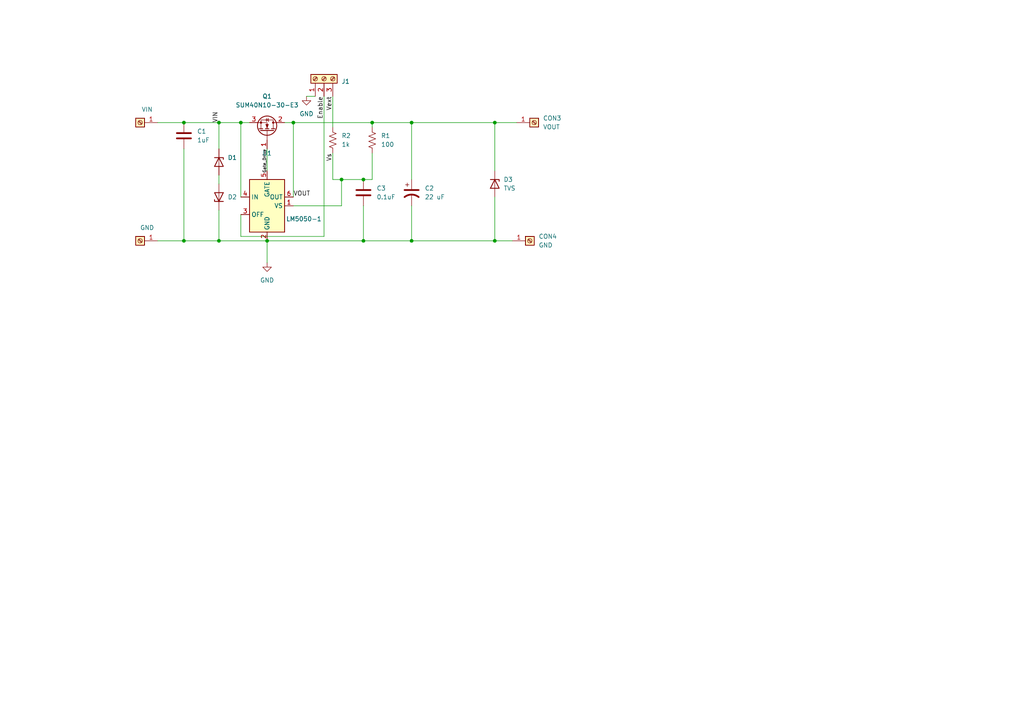
<source format=kicad_sch>
(kicad_sch
	(version 20231120)
	(generator "eeschema")
	(generator_version "8.0")
	(uuid "8ebbf97a-67d0-41db-be0c-70330c9ca5ce")
	(paper "A4")
	(lib_symbols
		(symbol "Connector:Screw_Terminal_01x01"
			(pin_names
				(offset 1.016) hide)
			(exclude_from_sim no)
			(in_bom yes)
			(on_board yes)
			(property "Reference" "J"
				(at 0 2.54 0)
				(effects
					(font
						(size 1.27 1.27)
					)
				)
			)
			(property "Value" "Screw_Terminal_01x01"
				(at 0 -2.54 0)
				(effects
					(font
						(size 1.27 1.27)
					)
				)
			)
			(property "Footprint" ""
				(at 0 0 0)
				(effects
					(font
						(size 1.27 1.27)
					)
					(hide yes)
				)
			)
			(property "Datasheet" "~"
				(at 0 0 0)
				(effects
					(font
						(size 1.27 1.27)
					)
					(hide yes)
				)
			)
			(property "Description" "Generic screw terminal, single row, 01x01, script generated (kicad-library-utils/schlib/autogen/connector/)"
				(at 0 0 0)
				(effects
					(font
						(size 1.27 1.27)
					)
					(hide yes)
				)
			)
			(property "ki_keywords" "screw terminal"
				(at 0 0 0)
				(effects
					(font
						(size 1.27 1.27)
					)
					(hide yes)
				)
			)
			(property "ki_fp_filters" "TerminalBlock*:*"
				(at 0 0 0)
				(effects
					(font
						(size 1.27 1.27)
					)
					(hide yes)
				)
			)
			(symbol "Screw_Terminal_01x01_1_1"
				(rectangle
					(start -1.27 1.27)
					(end 1.27 -1.27)
					(stroke
						(width 0.254)
						(type default)
					)
					(fill
						(type background)
					)
				)
				(polyline
					(pts
						(xy -0.5334 0.3302) (xy 0.3302 -0.508)
					)
					(stroke
						(width 0.1524)
						(type default)
					)
					(fill
						(type none)
					)
				)
				(polyline
					(pts
						(xy -0.3556 0.508) (xy 0.508 -0.3302)
					)
					(stroke
						(width 0.1524)
						(type default)
					)
					(fill
						(type none)
					)
				)
				(circle
					(center 0 0)
					(radius 0.635)
					(stroke
						(width 0.1524)
						(type default)
					)
					(fill
						(type none)
					)
				)
				(pin passive line
					(at -5.08 0 0)
					(length 3.81)
					(name "Pin_1"
						(effects
							(font
								(size 1.27 1.27)
							)
						)
					)
					(number "1"
						(effects
							(font
								(size 1.27 1.27)
							)
						)
					)
				)
			)
		)
		(symbol "Connector:Screw_Terminal_01x03"
			(pin_names
				(offset 1.016) hide)
			(exclude_from_sim no)
			(in_bom yes)
			(on_board yes)
			(property "Reference" "J"
				(at 0 5.08 0)
				(effects
					(font
						(size 1.27 1.27)
					)
				)
			)
			(property "Value" "Screw_Terminal_01x03"
				(at 0 -5.08 0)
				(effects
					(font
						(size 1.27 1.27)
					)
				)
			)
			(property "Footprint" ""
				(at 0 0 0)
				(effects
					(font
						(size 1.27 1.27)
					)
					(hide yes)
				)
			)
			(property "Datasheet" "~"
				(at 0 0 0)
				(effects
					(font
						(size 1.27 1.27)
					)
					(hide yes)
				)
			)
			(property "Description" "Generic screw terminal, single row, 01x03, script generated (kicad-library-utils/schlib/autogen/connector/)"
				(at 0 0 0)
				(effects
					(font
						(size 1.27 1.27)
					)
					(hide yes)
				)
			)
			(property "ki_keywords" "screw terminal"
				(at 0 0 0)
				(effects
					(font
						(size 1.27 1.27)
					)
					(hide yes)
				)
			)
			(property "ki_fp_filters" "TerminalBlock*:*"
				(at 0 0 0)
				(effects
					(font
						(size 1.27 1.27)
					)
					(hide yes)
				)
			)
			(symbol "Screw_Terminal_01x03_1_1"
				(rectangle
					(start -1.27 3.81)
					(end 1.27 -3.81)
					(stroke
						(width 0.254)
						(type default)
					)
					(fill
						(type background)
					)
				)
				(circle
					(center 0 -2.54)
					(radius 0.635)
					(stroke
						(width 0.1524)
						(type default)
					)
					(fill
						(type none)
					)
				)
				(polyline
					(pts
						(xy -0.5334 -2.2098) (xy 0.3302 -3.048)
					)
					(stroke
						(width 0.1524)
						(type default)
					)
					(fill
						(type none)
					)
				)
				(polyline
					(pts
						(xy -0.5334 0.3302) (xy 0.3302 -0.508)
					)
					(stroke
						(width 0.1524)
						(type default)
					)
					(fill
						(type none)
					)
				)
				(polyline
					(pts
						(xy -0.5334 2.8702) (xy 0.3302 2.032)
					)
					(stroke
						(width 0.1524)
						(type default)
					)
					(fill
						(type none)
					)
				)
				(polyline
					(pts
						(xy -0.3556 -2.032) (xy 0.508 -2.8702)
					)
					(stroke
						(width 0.1524)
						(type default)
					)
					(fill
						(type none)
					)
				)
				(polyline
					(pts
						(xy -0.3556 0.508) (xy 0.508 -0.3302)
					)
					(stroke
						(width 0.1524)
						(type default)
					)
					(fill
						(type none)
					)
				)
				(polyline
					(pts
						(xy -0.3556 3.048) (xy 0.508 2.2098)
					)
					(stroke
						(width 0.1524)
						(type default)
					)
					(fill
						(type none)
					)
				)
				(circle
					(center 0 0)
					(radius 0.635)
					(stroke
						(width 0.1524)
						(type default)
					)
					(fill
						(type none)
					)
				)
				(circle
					(center 0 2.54)
					(radius 0.635)
					(stroke
						(width 0.1524)
						(type default)
					)
					(fill
						(type none)
					)
				)
				(pin passive line
					(at -5.08 2.54 0)
					(length 3.81)
					(name "Pin_1"
						(effects
							(font
								(size 1.27 1.27)
							)
						)
					)
					(number "1"
						(effects
							(font
								(size 1.27 1.27)
							)
						)
					)
				)
				(pin passive line
					(at -5.08 0 0)
					(length 3.81)
					(name "Pin_2"
						(effects
							(font
								(size 1.27 1.27)
							)
						)
					)
					(number "2"
						(effects
							(font
								(size 1.27 1.27)
							)
						)
					)
				)
				(pin passive line
					(at -5.08 -2.54 0)
					(length 3.81)
					(name "Pin_3"
						(effects
							(font
								(size 1.27 1.27)
							)
						)
					)
					(number "3"
						(effects
							(font
								(size 1.27 1.27)
							)
						)
					)
				)
			)
		)
		(symbol "Device:C"
			(pin_numbers hide)
			(pin_names
				(offset 0.254)
			)
			(exclude_from_sim no)
			(in_bom yes)
			(on_board yes)
			(property "Reference" "C"
				(at 0.635 2.54 0)
				(effects
					(font
						(size 1.27 1.27)
					)
					(justify left)
				)
			)
			(property "Value" "C"
				(at 0.635 -2.54 0)
				(effects
					(font
						(size 1.27 1.27)
					)
					(justify left)
				)
			)
			(property "Footprint" ""
				(at 0.9652 -3.81 0)
				(effects
					(font
						(size 1.27 1.27)
					)
					(hide yes)
				)
			)
			(property "Datasheet" "~"
				(at 0 0 0)
				(effects
					(font
						(size 1.27 1.27)
					)
					(hide yes)
				)
			)
			(property "Description" "Unpolarized capacitor"
				(at 0 0 0)
				(effects
					(font
						(size 1.27 1.27)
					)
					(hide yes)
				)
			)
			(property "ki_keywords" "cap capacitor"
				(at 0 0 0)
				(effects
					(font
						(size 1.27 1.27)
					)
					(hide yes)
				)
			)
			(property "ki_fp_filters" "C_*"
				(at 0 0 0)
				(effects
					(font
						(size 1.27 1.27)
					)
					(hide yes)
				)
			)
			(symbol "C_0_1"
				(polyline
					(pts
						(xy -2.032 -0.762) (xy 2.032 -0.762)
					)
					(stroke
						(width 0.508)
						(type default)
					)
					(fill
						(type none)
					)
				)
				(polyline
					(pts
						(xy -2.032 0.762) (xy 2.032 0.762)
					)
					(stroke
						(width 0.508)
						(type default)
					)
					(fill
						(type none)
					)
				)
			)
			(symbol "C_1_1"
				(pin passive line
					(at 0 3.81 270)
					(length 2.794)
					(name "~"
						(effects
							(font
								(size 1.27 1.27)
							)
						)
					)
					(number "1"
						(effects
							(font
								(size 1.27 1.27)
							)
						)
					)
				)
				(pin passive line
					(at 0 -3.81 90)
					(length 2.794)
					(name "~"
						(effects
							(font
								(size 1.27 1.27)
							)
						)
					)
					(number "2"
						(effects
							(font
								(size 1.27 1.27)
							)
						)
					)
				)
			)
		)
		(symbol "Device:C_Polarized_US"
			(pin_numbers hide)
			(pin_names
				(offset 0.254) hide)
			(exclude_from_sim no)
			(in_bom yes)
			(on_board yes)
			(property "Reference" "C"
				(at 0.635 2.54 0)
				(effects
					(font
						(size 1.27 1.27)
					)
					(justify left)
				)
			)
			(property "Value" "C_Polarized_US"
				(at 0.635 -2.54 0)
				(effects
					(font
						(size 1.27 1.27)
					)
					(justify left)
				)
			)
			(property "Footprint" ""
				(at 0 0 0)
				(effects
					(font
						(size 1.27 1.27)
					)
					(hide yes)
				)
			)
			(property "Datasheet" "~"
				(at 0 0 0)
				(effects
					(font
						(size 1.27 1.27)
					)
					(hide yes)
				)
			)
			(property "Description" "Polarized capacitor, US symbol"
				(at 0 0 0)
				(effects
					(font
						(size 1.27 1.27)
					)
					(hide yes)
				)
			)
			(property "ki_keywords" "cap capacitor"
				(at 0 0 0)
				(effects
					(font
						(size 1.27 1.27)
					)
					(hide yes)
				)
			)
			(property "ki_fp_filters" "CP_*"
				(at 0 0 0)
				(effects
					(font
						(size 1.27 1.27)
					)
					(hide yes)
				)
			)
			(symbol "C_Polarized_US_0_1"
				(polyline
					(pts
						(xy -2.032 0.762) (xy 2.032 0.762)
					)
					(stroke
						(width 0.508)
						(type default)
					)
					(fill
						(type none)
					)
				)
				(polyline
					(pts
						(xy -1.778 2.286) (xy -0.762 2.286)
					)
					(stroke
						(width 0)
						(type default)
					)
					(fill
						(type none)
					)
				)
				(polyline
					(pts
						(xy -1.27 1.778) (xy -1.27 2.794)
					)
					(stroke
						(width 0)
						(type default)
					)
					(fill
						(type none)
					)
				)
				(arc
					(start 2.032 -1.27)
					(mid 0 -0.5572)
					(end -2.032 -1.27)
					(stroke
						(width 0.508)
						(type default)
					)
					(fill
						(type none)
					)
				)
			)
			(symbol "C_Polarized_US_1_1"
				(pin passive line
					(at 0 3.81 270)
					(length 2.794)
					(name "~"
						(effects
							(font
								(size 1.27 1.27)
							)
						)
					)
					(number "1"
						(effects
							(font
								(size 1.27 1.27)
							)
						)
					)
				)
				(pin passive line
					(at 0 -3.81 90)
					(length 3.302)
					(name "~"
						(effects
							(font
								(size 1.27 1.27)
							)
						)
					)
					(number "2"
						(effects
							(font
								(size 1.27 1.27)
							)
						)
					)
				)
			)
		)
		(symbol "Device:D_Zener"
			(pin_numbers hide)
			(pin_names
				(offset 1.016) hide)
			(exclude_from_sim no)
			(in_bom yes)
			(on_board yes)
			(property "Reference" "D"
				(at 0 2.54 0)
				(effects
					(font
						(size 1.27 1.27)
					)
				)
			)
			(property "Value" "D_Zener"
				(at 0 -2.54 0)
				(effects
					(font
						(size 1.27 1.27)
					)
				)
			)
			(property "Footprint" ""
				(at 0 0 0)
				(effects
					(font
						(size 1.27 1.27)
					)
					(hide yes)
				)
			)
			(property "Datasheet" "~"
				(at 0 0 0)
				(effects
					(font
						(size 1.27 1.27)
					)
					(hide yes)
				)
			)
			(property "Description" "Zener diode"
				(at 0 0 0)
				(effects
					(font
						(size 1.27 1.27)
					)
					(hide yes)
				)
			)
			(property "ki_keywords" "diode"
				(at 0 0 0)
				(effects
					(font
						(size 1.27 1.27)
					)
					(hide yes)
				)
			)
			(property "ki_fp_filters" "TO-???* *_Diode_* *SingleDiode* D_*"
				(at 0 0 0)
				(effects
					(font
						(size 1.27 1.27)
					)
					(hide yes)
				)
			)
			(symbol "D_Zener_0_1"
				(polyline
					(pts
						(xy 1.27 0) (xy -1.27 0)
					)
					(stroke
						(width 0)
						(type default)
					)
					(fill
						(type none)
					)
				)
				(polyline
					(pts
						(xy -1.27 -1.27) (xy -1.27 1.27) (xy -0.762 1.27)
					)
					(stroke
						(width 0.254)
						(type default)
					)
					(fill
						(type none)
					)
				)
				(polyline
					(pts
						(xy 1.27 -1.27) (xy 1.27 1.27) (xy -1.27 0) (xy 1.27 -1.27)
					)
					(stroke
						(width 0.254)
						(type default)
					)
					(fill
						(type none)
					)
				)
			)
			(symbol "D_Zener_1_1"
				(pin passive line
					(at -3.81 0 0)
					(length 2.54)
					(name "K"
						(effects
							(font
								(size 1.27 1.27)
							)
						)
					)
					(number "1"
						(effects
							(font
								(size 1.27 1.27)
							)
						)
					)
				)
				(pin passive line
					(at 3.81 0 180)
					(length 2.54)
					(name "A"
						(effects
							(font
								(size 1.27 1.27)
							)
						)
					)
					(number "2"
						(effects
							(font
								(size 1.27 1.27)
							)
						)
					)
				)
			)
		)
		(symbol "Device:Q_NMOS_GDS"
			(pin_names
				(offset 0) hide)
			(exclude_from_sim no)
			(in_bom yes)
			(on_board yes)
			(property "Reference" "Q"
				(at 5.08 1.27 0)
				(effects
					(font
						(size 1.27 1.27)
					)
					(justify left)
				)
			)
			(property "Value" "Q_NMOS_GDS"
				(at 5.08 -1.27 0)
				(effects
					(font
						(size 1.27 1.27)
					)
					(justify left)
				)
			)
			(property "Footprint" ""
				(at 5.08 2.54 0)
				(effects
					(font
						(size 1.27 1.27)
					)
					(hide yes)
				)
			)
			(property "Datasheet" "~"
				(at 0 0 0)
				(effects
					(font
						(size 1.27 1.27)
					)
					(hide yes)
				)
			)
			(property "Description" "N-MOSFET transistor, gate/drain/source"
				(at 0 0 0)
				(effects
					(font
						(size 1.27 1.27)
					)
					(hide yes)
				)
			)
			(property "ki_keywords" "transistor NMOS N-MOS N-MOSFET"
				(at 0 0 0)
				(effects
					(font
						(size 1.27 1.27)
					)
					(hide yes)
				)
			)
			(symbol "Q_NMOS_GDS_0_1"
				(polyline
					(pts
						(xy 0.254 0) (xy -2.54 0)
					)
					(stroke
						(width 0)
						(type default)
					)
					(fill
						(type none)
					)
				)
				(polyline
					(pts
						(xy 0.254 1.905) (xy 0.254 -1.905)
					)
					(stroke
						(width 0.254)
						(type default)
					)
					(fill
						(type none)
					)
				)
				(polyline
					(pts
						(xy 0.762 -1.27) (xy 0.762 -2.286)
					)
					(stroke
						(width 0.254)
						(type default)
					)
					(fill
						(type none)
					)
				)
				(polyline
					(pts
						(xy 0.762 0.508) (xy 0.762 -0.508)
					)
					(stroke
						(width 0.254)
						(type default)
					)
					(fill
						(type none)
					)
				)
				(polyline
					(pts
						(xy 0.762 2.286) (xy 0.762 1.27)
					)
					(stroke
						(width 0.254)
						(type default)
					)
					(fill
						(type none)
					)
				)
				(polyline
					(pts
						(xy 2.54 2.54) (xy 2.54 1.778)
					)
					(stroke
						(width 0)
						(type default)
					)
					(fill
						(type none)
					)
				)
				(polyline
					(pts
						(xy 2.54 -2.54) (xy 2.54 0) (xy 0.762 0)
					)
					(stroke
						(width 0)
						(type default)
					)
					(fill
						(type none)
					)
				)
				(polyline
					(pts
						(xy 0.762 -1.778) (xy 3.302 -1.778) (xy 3.302 1.778) (xy 0.762 1.778)
					)
					(stroke
						(width 0)
						(type default)
					)
					(fill
						(type none)
					)
				)
				(polyline
					(pts
						(xy 1.016 0) (xy 2.032 0.381) (xy 2.032 -0.381) (xy 1.016 0)
					)
					(stroke
						(width 0)
						(type default)
					)
					(fill
						(type outline)
					)
				)
				(polyline
					(pts
						(xy 2.794 0.508) (xy 2.921 0.381) (xy 3.683 0.381) (xy 3.81 0.254)
					)
					(stroke
						(width 0)
						(type default)
					)
					(fill
						(type none)
					)
				)
				(polyline
					(pts
						(xy 3.302 0.381) (xy 2.921 -0.254) (xy 3.683 -0.254) (xy 3.302 0.381)
					)
					(stroke
						(width 0)
						(type default)
					)
					(fill
						(type none)
					)
				)
				(circle
					(center 1.651 0)
					(radius 2.794)
					(stroke
						(width 0.254)
						(type default)
					)
					(fill
						(type none)
					)
				)
				(circle
					(center 2.54 -1.778)
					(radius 0.254)
					(stroke
						(width 0)
						(type default)
					)
					(fill
						(type outline)
					)
				)
				(circle
					(center 2.54 1.778)
					(radius 0.254)
					(stroke
						(width 0)
						(type default)
					)
					(fill
						(type outline)
					)
				)
			)
			(symbol "Q_NMOS_GDS_1_1"
				(pin input line
					(at -5.08 0 0)
					(length 2.54)
					(name "G"
						(effects
							(font
								(size 1.27 1.27)
							)
						)
					)
					(number "1"
						(effects
							(font
								(size 1.27 1.27)
							)
						)
					)
				)
				(pin passive line
					(at 2.54 5.08 270)
					(length 2.54)
					(name "D"
						(effects
							(font
								(size 1.27 1.27)
							)
						)
					)
					(number "2"
						(effects
							(font
								(size 1.27 1.27)
							)
						)
					)
				)
				(pin passive line
					(at 2.54 -5.08 90)
					(length 2.54)
					(name "S"
						(effects
							(font
								(size 1.27 1.27)
							)
						)
					)
					(number "3"
						(effects
							(font
								(size 1.27 1.27)
							)
						)
					)
				)
			)
		)
		(symbol "Device:R_US"
			(pin_numbers hide)
			(pin_names
				(offset 0)
			)
			(exclude_from_sim no)
			(in_bom yes)
			(on_board yes)
			(property "Reference" "R"
				(at 2.54 0 90)
				(effects
					(font
						(size 1.27 1.27)
					)
				)
			)
			(property "Value" "R_US"
				(at -2.54 0 90)
				(effects
					(font
						(size 1.27 1.27)
					)
				)
			)
			(property "Footprint" ""
				(at 1.016 -0.254 90)
				(effects
					(font
						(size 1.27 1.27)
					)
					(hide yes)
				)
			)
			(property "Datasheet" "~"
				(at 0 0 0)
				(effects
					(font
						(size 1.27 1.27)
					)
					(hide yes)
				)
			)
			(property "Description" "Resistor, US symbol"
				(at 0 0 0)
				(effects
					(font
						(size 1.27 1.27)
					)
					(hide yes)
				)
			)
			(property "ki_keywords" "R res resistor"
				(at 0 0 0)
				(effects
					(font
						(size 1.27 1.27)
					)
					(hide yes)
				)
			)
			(property "ki_fp_filters" "R_*"
				(at 0 0 0)
				(effects
					(font
						(size 1.27 1.27)
					)
					(hide yes)
				)
			)
			(symbol "R_US_0_1"
				(polyline
					(pts
						(xy 0 -2.286) (xy 0 -2.54)
					)
					(stroke
						(width 0)
						(type default)
					)
					(fill
						(type none)
					)
				)
				(polyline
					(pts
						(xy 0 2.286) (xy 0 2.54)
					)
					(stroke
						(width 0)
						(type default)
					)
					(fill
						(type none)
					)
				)
				(polyline
					(pts
						(xy 0 -0.762) (xy 1.016 -1.143) (xy 0 -1.524) (xy -1.016 -1.905) (xy 0 -2.286)
					)
					(stroke
						(width 0)
						(type default)
					)
					(fill
						(type none)
					)
				)
				(polyline
					(pts
						(xy 0 0.762) (xy 1.016 0.381) (xy 0 0) (xy -1.016 -0.381) (xy 0 -0.762)
					)
					(stroke
						(width 0)
						(type default)
					)
					(fill
						(type none)
					)
				)
				(polyline
					(pts
						(xy 0 2.286) (xy 1.016 1.905) (xy 0 1.524) (xy -1.016 1.143) (xy 0 0.762)
					)
					(stroke
						(width 0)
						(type default)
					)
					(fill
						(type none)
					)
				)
			)
			(symbol "R_US_1_1"
				(pin passive line
					(at 0 3.81 270)
					(length 1.27)
					(name "~"
						(effects
							(font
								(size 1.27 1.27)
							)
						)
					)
					(number "1"
						(effects
							(font
								(size 1.27 1.27)
							)
						)
					)
				)
				(pin passive line
					(at 0 -3.81 90)
					(length 1.27)
					(name "~"
						(effects
							(font
								(size 1.27 1.27)
							)
						)
					)
					(number "2"
						(effects
							(font
								(size 1.27 1.27)
							)
						)
					)
				)
			)
		)
		(symbol "Power_Management:LM5050-1"
			(exclude_from_sim no)
			(in_bom yes)
			(on_board yes)
			(property "Reference" "U"
				(at -5.08 8.89 0)
				(effects
					(font
						(size 1.27 1.27)
					)
				)
			)
			(property "Value" "LM5050-1"
				(at 1.27 8.89 0)
				(effects
					(font
						(size 1.27 1.27)
					)
					(justify left)
				)
			)
			(property "Footprint" "Package_TO_SOT_SMD:TSOT-23-6"
				(at 16.51 -8.89 0)
				(effects
					(font
						(size 1.27 1.27)
					)
					(hide yes)
				)
			)
			(property "Datasheet" "http://www.ti.com/lit/ds/symlink/lm5050-1-q1.pdf"
				(at 27.94 -1.27 0)
				(effects
					(font
						(size 1.27 1.27)
					)
					(hide yes)
				)
			)
			(property "Description" "High side OR-ing FET controller, 5V to 75V operation, TSOT-23-6"
				(at 0 0 0)
				(effects
					(font
						(size 1.27 1.27)
					)
					(hide yes)
				)
			)
			(property "ki_keywords" "positive high-side or-ing ideal-diode"
				(at 0 0 0)
				(effects
					(font
						(size 1.27 1.27)
					)
					(hide yes)
				)
			)
			(property "ki_fp_filters" "TSOT?23*"
				(at 0 0 0)
				(effects
					(font
						(size 1.27 1.27)
					)
					(hide yes)
				)
			)
			(symbol "LM5050-1_0_1"
				(rectangle
					(start -5.08 7.62)
					(end 5.08 -7.62)
					(stroke
						(width 0.254)
						(type default)
					)
					(fill
						(type background)
					)
				)
			)
			(symbol "LM5050-1_1_1"
				(pin passive line
					(at 7.62 0 180)
					(length 2.54)
					(name "VS"
						(effects
							(font
								(size 1.27 1.27)
							)
						)
					)
					(number "1"
						(effects
							(font
								(size 1.27 1.27)
							)
						)
					)
				)
				(pin power_in line
					(at 0 -10.16 90)
					(length 2.54)
					(name "GND"
						(effects
							(font
								(size 1.27 1.27)
							)
						)
					)
					(number "2"
						(effects
							(font
								(size 1.27 1.27)
							)
						)
					)
				)
				(pin input line
					(at -7.62 -2.54 0)
					(length 2.54)
					(name "OFF"
						(effects
							(font
								(size 1.27 1.27)
							)
						)
					)
					(number "3"
						(effects
							(font
								(size 1.27 1.27)
							)
						)
					)
				)
				(pin input line
					(at -7.62 2.54 0)
					(length 2.54)
					(name "IN"
						(effects
							(font
								(size 1.27 1.27)
							)
						)
					)
					(number "4"
						(effects
							(font
								(size 1.27 1.27)
							)
						)
					)
				)
				(pin output line
					(at 0 10.16 270)
					(length 2.54)
					(name "GATE"
						(effects
							(font
								(size 1.27 1.27)
							)
						)
					)
					(number "5"
						(effects
							(font
								(size 1.27 1.27)
							)
						)
					)
				)
				(pin input line
					(at 7.62 2.54 180)
					(length 2.54)
					(name "OUT"
						(effects
							(font
								(size 1.27 1.27)
							)
						)
					)
					(number "6"
						(effects
							(font
								(size 1.27 1.27)
							)
						)
					)
				)
			)
		)
		(symbol "power:GND"
			(power)
			(pin_names
				(offset 0)
			)
			(exclude_from_sim no)
			(in_bom yes)
			(on_board yes)
			(property "Reference" "#PWR"
				(at 0 -6.35 0)
				(effects
					(font
						(size 1.27 1.27)
					)
					(hide yes)
				)
			)
			(property "Value" "GND"
				(at 0 -3.81 0)
				(effects
					(font
						(size 1.27 1.27)
					)
				)
			)
			(property "Footprint" ""
				(at 0 0 0)
				(effects
					(font
						(size 1.27 1.27)
					)
					(hide yes)
				)
			)
			(property "Datasheet" ""
				(at 0 0 0)
				(effects
					(font
						(size 1.27 1.27)
					)
					(hide yes)
				)
			)
			(property "Description" "Power symbol creates a global label with name \"GND\" , ground"
				(at 0 0 0)
				(effects
					(font
						(size 1.27 1.27)
					)
					(hide yes)
				)
			)
			(property "ki_keywords" "power-flag"
				(at 0 0 0)
				(effects
					(font
						(size 1.27 1.27)
					)
					(hide yes)
				)
			)
			(symbol "GND_0_1"
				(polyline
					(pts
						(xy 0 0) (xy 0 -1.27) (xy 1.27 -1.27) (xy 0 -2.54) (xy -1.27 -1.27) (xy 0 -1.27)
					)
					(stroke
						(width 0)
						(type default)
					)
					(fill
						(type none)
					)
				)
			)
			(symbol "GND_1_1"
				(pin power_in line
					(at 0 0 270)
					(length 0) hide
					(name "GND"
						(effects
							(font
								(size 1.27 1.27)
							)
						)
					)
					(number "1"
						(effects
							(font
								(size 1.27 1.27)
							)
						)
					)
				)
			)
		)
	)
	(junction
		(at 53.34 35.56)
		(diameter 0.9144)
		(color 0 0 0 0)
		(uuid "1e77eab0-5ede-4762-8bc9-186220e90cfb")
	)
	(junction
		(at 99.06 52.07)
		(diameter 0.9144)
		(color 0 0 0 0)
		(uuid "73d4bede-169c-4dd4-8749-d89e03d3611d")
	)
	(junction
		(at 63.5 35.56)
		(diameter 0)
		(color 0 0 0 0)
		(uuid "77c89ba9-188f-4cbc-9927-426a1e412a1d")
	)
	(junction
		(at 53.34 69.85)
		(diameter 0.9144)
		(color 0 0 0 0)
		(uuid "7d89e06f-9ab8-4af1-867a-b9cbaa2bb7e8")
	)
	(junction
		(at 143.51 69.85)
		(diameter 0.9144)
		(color 0 0 0 0)
		(uuid "88dbaaaf-e010-4f5c-bb16-e6be9768b734")
	)
	(junction
		(at 77.47 69.85)
		(diameter 0.9144)
		(color 0 0 0 0)
		(uuid "aa092e52-ac7b-416a-8e08-939c04ea711b")
	)
	(junction
		(at 85.09 35.56)
		(diameter 0.9144)
		(color 0 0 0 0)
		(uuid "b6901578-bf4e-495c-bbc0-42150f58c29d")
	)
	(junction
		(at 69.85 35.56)
		(diameter 0.9144)
		(color 0 0 0 0)
		(uuid "c4980e27-2cf3-4fe9-b741-61cc4d98b1fc")
	)
	(junction
		(at 143.51 35.56)
		(diameter 0.9144)
		(color 0 0 0 0)
		(uuid "ce126832-e0ae-487a-b976-153b004c5d96")
	)
	(junction
		(at 107.95 35.56)
		(diameter 0.9144)
		(color 0 0 0 0)
		(uuid "e81e4b03-6c69-410e-b24c-208313b0697e")
	)
	(junction
		(at 63.5 69.85)
		(diameter 0.9144)
		(color 0 0 0 0)
		(uuid "eb113170-40f9-4a85-a0de-2dafacc7ef7a")
	)
	(junction
		(at 105.41 52.07)
		(diameter 0.9144)
		(color 0 0 0 0)
		(uuid "ec75bc05-0e8a-4015-ae4a-b8d2d8f37a63")
	)
	(junction
		(at 105.41 69.85)
		(diameter 0.9144)
		(color 0 0 0 0)
		(uuid "ee804cc7-d195-4228-93bc-e463bd7e4c59")
	)
	(junction
		(at 119.38 35.56)
		(diameter 0.9144)
		(color 0 0 0 0)
		(uuid "eeac77f8-fd1a-438e-b03c-14148a288bde")
	)
	(junction
		(at 119.38 69.85)
		(diameter 0.9144)
		(color 0 0 0 0)
		(uuid "feee020e-90b5-4f16-b0e4-7db139fec649")
	)
	(wire
		(pts
			(xy 69.85 62.23) (xy 69.85 68.58)
		)
		(stroke
			(width 0)
			(type solid)
		)
		(uuid "06a74ae1-21fc-434e-ae15-0aad633803cb")
	)
	(wire
		(pts
			(xy 93.98 27.94) (xy 93.98 68.58)
		)
		(stroke
			(width 0)
			(type solid)
		)
		(uuid "06a74ae1-21fc-434e-ae15-0aad633803cc")
	)
	(wire
		(pts
			(xy 93.98 68.58) (xy 69.85 68.58)
		)
		(stroke
			(width 0)
			(type solid)
		)
		(uuid "06a74ae1-21fc-434e-ae15-0aad633803cd")
	)
	(wire
		(pts
			(xy 63.5 53.34) (xy 63.5 50.8)
		)
		(stroke
			(width 0)
			(type solid)
		)
		(uuid "0919db1b-7ddf-4511-a411-b0abe9fa7ce8")
	)
	(wire
		(pts
			(xy 85.09 59.69) (xy 99.06 59.69)
		)
		(stroke
			(width 0)
			(type solid)
		)
		(uuid "09a4821d-0dd8-4c8a-abca-1c813c3f7255")
	)
	(wire
		(pts
			(xy 99.06 52.07) (xy 105.41 52.07)
		)
		(stroke
			(width 0)
			(type solid)
		)
		(uuid "09a4821d-0dd8-4c8a-abca-1c813c3f7256")
	)
	(wire
		(pts
			(xy 99.06 59.69) (xy 99.06 52.07)
		)
		(stroke
			(width 0)
			(type solid)
		)
		(uuid "09a4821d-0dd8-4c8a-abca-1c813c3f7257")
	)
	(wire
		(pts
			(xy 77.47 69.85) (xy 77.47 76.2)
		)
		(stroke
			(width 0)
			(type solid)
		)
		(uuid "1adeaf2e-8d24-43e1-80a5-586d15fe8d76")
	)
	(wire
		(pts
			(xy 77.47 43.18) (xy 77.47 49.53)
		)
		(stroke
			(width 0)
			(type solid)
		)
		(uuid "27b5ae4b-ac16-4802-8d09-74e78d76f2e6")
	)
	(wire
		(pts
			(xy 82.55 35.56) (xy 85.09 35.56)
		)
		(stroke
			(width 0)
			(type solid)
		)
		(uuid "2e44c7fb-d2be-4081-b9ad-182c15ad66a1")
	)
	(wire
		(pts
			(xy 85.09 35.56) (xy 107.95 35.56)
		)
		(stroke
			(width 0)
			(type solid)
		)
		(uuid "2e44c7fb-d2be-4081-b9ad-182c15ad66a2")
	)
	(wire
		(pts
			(xy 107.95 36.83) (xy 107.95 35.56)
		)
		(stroke
			(width 0)
			(type solid)
		)
		(uuid "2e44c7fb-d2be-4081-b9ad-182c15ad66a3")
	)
	(wire
		(pts
			(xy 63.5 69.85) (xy 63.5 60.96)
		)
		(stroke
			(width 0)
			(type solid)
		)
		(uuid "2f1898a2-22a7-45b5-9242-8d222079989b")
	)
	(wire
		(pts
			(xy 77.47 69.85) (xy 63.5 69.85)
		)
		(stroke
			(width 0)
			(type solid)
		)
		(uuid "2f1898a2-22a7-45b5-9242-8d222079989c")
	)
	(wire
		(pts
			(xy 96.52 44.45) (xy 96.52 52.07)
		)
		(stroke
			(width 0)
			(type solid)
		)
		(uuid "300eea0c-f463-4874-ac9b-605d190c6fcf")
	)
	(wire
		(pts
			(xy 96.52 52.07) (xy 99.06 52.07)
		)
		(stroke
			(width 0)
			(type solid)
		)
		(uuid "300eea0c-f463-4874-ac9b-605d190c6fd0")
	)
	(wire
		(pts
			(xy 119.38 69.85) (xy 143.51 69.85)
		)
		(stroke
			(width 0)
			(type solid)
		)
		(uuid "33738588-9240-4f51-bed3-a1e4e5633d79")
	)
	(wire
		(pts
			(xy 143.51 69.85) (xy 143.51 57.15)
		)
		(stroke
			(width 0)
			(type solid)
		)
		(uuid "33738588-9240-4f51-bed3-a1e4e5633d7a")
	)
	(wire
		(pts
			(xy 77.47 69.85) (xy 105.41 69.85)
		)
		(stroke
			(width 0)
			(type solid)
		)
		(uuid "425e3146-0c1a-4ff1-8024-fb53647114c4")
	)
	(wire
		(pts
			(xy 105.41 69.85) (xy 105.41 59.69)
		)
		(stroke
			(width 0)
			(type solid)
		)
		(uuid "425e3146-0c1a-4ff1-8024-fb53647114c5")
	)
	(wire
		(pts
			(xy 143.51 69.85) (xy 148.59 69.85)
		)
		(stroke
			(width 0)
			(type solid)
		)
		(uuid "65cd6795-75fd-487e-9f40-f298442a9235")
	)
	(wire
		(pts
			(xy 53.34 35.56) (xy 63.5 35.56)
		)
		(stroke
			(width 0)
			(type solid)
		)
		(uuid "7c3d763c-8d36-4f4d-81c7-a91b95e067eb")
	)
	(wire
		(pts
			(xy 45.72 69.85) (xy 53.34 69.85)
		)
		(stroke
			(width 0)
			(type solid)
		)
		(uuid "8450ce8a-0bcc-4576-839f-11d2dc5a62be")
	)
	(wire
		(pts
			(xy 143.51 35.56) (xy 149.86 35.56)
		)
		(stroke
			(width 0)
			(type solid)
		)
		(uuid "8afe17c2-dafd-46d9-a4b8-798dc3e3eaed")
	)
	(wire
		(pts
			(xy 88.9 27.94) (xy 91.44 27.94)
		)
		(stroke
			(width 0)
			(type default)
		)
		(uuid "915bfe23-ce0f-4fb6-93bb-3bdf0df9ae09")
	)
	(wire
		(pts
			(xy 53.34 43.18) (xy 53.34 69.85)
		)
		(stroke
			(width 0)
			(type solid)
		)
		(uuid "a86a6248-ac93-49d0-87c2-09bcdac9052b")
	)
	(wire
		(pts
			(xy 53.34 69.85) (xy 63.5 69.85)
		)
		(stroke
			(width 0)
			(type solid)
		)
		(uuid "a86a6248-ac93-49d0-87c2-09bcdac9052c")
	)
	(wire
		(pts
			(xy 85.09 57.15) (xy 85.09 35.56)
		)
		(stroke
			(width 0)
			(type solid)
		)
		(uuid "aa90a413-aaa4-4a71-8b17-d6433f958499")
	)
	(wire
		(pts
			(xy 107.95 35.56) (xy 119.38 35.56)
		)
		(stroke
			(width 0)
			(type solid)
		)
		(uuid "b3c36407-7e89-4350-81fc-3aedf85614c2")
	)
	(wire
		(pts
			(xy 119.38 35.56) (xy 119.38 52.07)
		)
		(stroke
			(width 0)
			(type solid)
		)
		(uuid "b3c36407-7e89-4350-81fc-3aedf85614c3")
	)
	(wire
		(pts
			(xy 105.41 52.07) (xy 107.95 52.07)
		)
		(stroke
			(width 0)
			(type solid)
		)
		(uuid "b5c480b8-c242-4b00-8f52-0eafe170e372")
	)
	(wire
		(pts
			(xy 107.95 52.07) (xy 107.95 44.45)
		)
		(stroke
			(width 0)
			(type solid)
		)
		(uuid "b5c480b8-c242-4b00-8f52-0eafe170e373")
	)
	(wire
		(pts
			(xy 143.51 35.56) (xy 119.38 35.56)
		)
		(stroke
			(width 0)
			(type solid)
		)
		(uuid "bce7ca56-a136-4063-ba10-e01b82fe5aa4")
	)
	(wire
		(pts
			(xy 143.51 49.53) (xy 143.51 35.56)
		)
		(stroke
			(width 0)
			(type solid)
		)
		(uuid "bce7ca56-a136-4063-ba10-e01b82fe5aa5")
	)
	(wire
		(pts
			(xy 69.85 35.56) (xy 69.85 57.15)
		)
		(stroke
			(width 0)
			(type solid)
		)
		(uuid "c24cc492-98e3-4edf-9e36-5f2db850abf4")
	)
	(wire
		(pts
			(xy 72.39 35.56) (xy 69.85 35.56)
		)
		(stroke
			(width 0)
			(type solid)
		)
		(uuid "c24cc492-98e3-4edf-9e36-5f2db850abf5")
	)
	(wire
		(pts
			(xy 45.72 35.56) (xy 53.34 35.56)
		)
		(stroke
			(width 0)
			(type solid)
		)
		(uuid "cd768aba-bfe6-4bf1-8143-8f094ac063a1")
	)
	(wire
		(pts
			(xy 63.5 35.56) (xy 69.85 35.56)
		)
		(stroke
			(width 0)
			(type solid)
		)
		(uuid "d68f74c9-64a3-4325-9d6f-d4203b5738b3")
	)
	(wire
		(pts
			(xy 119.38 59.69) (xy 119.38 69.85)
		)
		(stroke
			(width 0)
			(type solid)
		)
		(uuid "d962e957-644a-400b-b75b-1045400fe36d")
	)
	(wire
		(pts
			(xy 119.38 69.85) (xy 105.41 69.85)
		)
		(stroke
			(width 0)
			(type solid)
		)
		(uuid "d962e957-644a-400b-b75b-1045400fe36e")
	)
	(wire
		(pts
			(xy 96.52 27.94) (xy 96.52 36.83)
		)
		(stroke
			(width 0)
			(type solid)
		)
		(uuid "dd7fc00a-ecf3-4237-aac4-f50a0457c459")
	)
	(wire
		(pts
			(xy 63.5 43.18) (xy 63.5 35.56)
		)
		(stroke
			(width 0)
			(type default)
		)
		(uuid "fff82458-22c2-4083-9e40-5977cf503e37")
	)
	(label "Vext"
		(at 96.52 27.94 270)
		(fields_autoplaced yes)
		(effects
			(font
				(size 1.27 1.27)
			)
			(justify right bottom)
		)
		(uuid "9fb61f08-897a-438f-855b-e8aa68d2eb87")
	)
	(label "VIN"
		(at 63.5 35.56 90)
		(fields_autoplaced yes)
		(effects
			(font
				(size 1.27 1.27)
			)
			(justify left bottom)
		)
		(uuid "a4602b45-3f77-4900-a01b-209f2019f6c0")
	)
	(label "VOUT"
		(at 85.09 57.15 0)
		(fields_autoplaced yes)
		(effects
			(font
				(size 1.27 1.27)
			)
			(justify left bottom)
		)
		(uuid "ac1e484f-c23b-4ecd-8a2c-1348a30399d9")
	)
	(label "Gate_Drive"
		(at 77.47 43.18 270)
		(fields_autoplaced yes)
		(effects
			(font
				(size 0.87 0.87)
			)
			(justify right bottom)
		)
		(uuid "d2672f79-7022-49d3-85d1-710b22fa5d60")
	)
	(label "Enable"
		(at 93.98 27.94 270)
		(fields_autoplaced yes)
		(effects
			(font
				(size 1.27 1.27)
			)
			(justify right bottom)
		)
		(uuid "e0e35a88-c804-4194-bfbb-e4b91c19d108")
	)
	(label "Vs"
		(at 96.52 44.45 270)
		(fields_autoplaced yes)
		(effects
			(font
				(size 1.27 1.27)
			)
			(justify right bottom)
		)
		(uuid "eaf3c648-da77-43ba-ae78-ac864930ff63")
	)
	(symbol
		(lib_id "Connector:Screw_Terminal_01x01")
		(at 154.94 35.56 0)
		(unit 1)
		(exclude_from_sim no)
		(in_bom yes)
		(on_board yes)
		(dnp no)
		(fields_autoplaced yes)
		(uuid "04ee230c-42d6-40d6-8c8f-1f33584d4fda")
		(property "Reference" "CON3"
			(at 157.48 34.2899 0)
			(effects
				(font
					(size 1.27 1.27)
				)
				(justify left)
			)
		)
		(property "Value" "VOUT"
			(at 157.48 36.8299 0)
			(effects
				(font
					(size 1.27 1.27)
				)
				(justify left)
			)
		)
		(property "Footprint" "Connector:keystone_7808"
			(at 154.94 35.56 0)
			(effects
				(font
					(size 1.27 1.27)
				)
				(hide yes)
			)
		)
		(property "Datasheet" "~"
			(at 154.94 35.56 0)
			(effects
				(font
					(size 1.27 1.27)
				)
				(hide yes)
			)
		)
		(property "Description" ""
			(at 154.94 35.56 0)
			(effects
				(font
					(size 1.27 1.27)
				)
				(hide yes)
			)
		)
		(pin "1"
			(uuid "1ba1f968-ccbe-4de3-8133-311d62354ad1")
		)
		(instances
			(project "ReversePolarityProtection"
				(path "/8ebbf97a-67d0-41db-be0c-70330c9ca5ce"
					(reference "CON3")
					(unit 1)
				)
			)
		)
	)
	(symbol
		(lib_id "Device:C")
		(at 53.34 39.37 180)
		(unit 1)
		(exclude_from_sim no)
		(in_bom yes)
		(on_board yes)
		(dnp no)
		(fields_autoplaced yes)
		(uuid "0f206df6-f781-4d10-b45e-191d9dcb219b")
		(property "Reference" "C1"
			(at 57.15 38.0999 0)
			(effects
				(font
					(size 1.27 1.27)
				)
				(justify right)
			)
		)
		(property "Value" "1uF"
			(at 57.15 40.6399 0)
			(effects
				(font
					(size 1.27 1.27)
				)
				(justify right)
			)
		)
		(property "Footprint" "Capacitor_SMD:C_1825_4564Metric_Pad1.57x6.80mm_HandSolder"
			(at 52.3748 35.56 0)
			(effects
				(font
					(size 1.27 1.27)
				)
				(hide yes)
			)
		)
		(property "Datasheet" "~"
			(at 53.34 39.37 0)
			(effects
				(font
					(size 1.27 1.27)
				)
				(hide yes)
			)
		)
		(property "Description" ""
			(at 53.34 39.37 0)
			(effects
				(font
					(size 1.27 1.27)
				)
				(hide yes)
			)
		)
		(property "Voltage" "100V"
			(at 53.34 39.37 0)
			(effects
				(font
					(size 1.27 1.27)
				)
				(justify right)
				(hide yes)
			)
		)
		(pin "1"
			(uuid "553e2cf5-3802-4e00-9188-c35829255da3")
		)
		(pin "2"
			(uuid "63cfb907-4131-4b48-936f-11e2e5fb9f91")
		)
		(instances
			(project "ReversePolarityProtection"
				(path "/8ebbf97a-67d0-41db-be0c-70330c9ca5ce"
					(reference "C1")
					(unit 1)
				)
			)
		)
	)
	(symbol
		(lib_id "Connector:Screw_Terminal_01x01")
		(at 40.64 69.85 180)
		(unit 1)
		(exclude_from_sim no)
		(in_bom yes)
		(on_board yes)
		(dnp no)
		(fields_autoplaced yes)
		(uuid "12e120f7-0139-4639-b4b2-dc731a40dfa8")
		(property "Reference" "CON2"
			(at 42.672 63.5 0)
			(effects
				(font
					(size 1.27 1.27)
				)
				(hide yes)
			)
		)
		(property "Value" "GND"
			(at 42.672 66.04 0)
			(effects
				(font
					(size 1.27 1.27)
				)
			)
		)
		(property "Footprint" "Connector:keystone_7808"
			(at 40.64 69.85 0)
			(effects
				(font
					(size 1.27 1.27)
				)
				(hide yes)
			)
		)
		(property "Datasheet" "~"
			(at 40.64 69.85 0)
			(effects
				(font
					(size 1.27 1.27)
				)
				(hide yes)
			)
		)
		(property "Description" ""
			(at 40.64 69.85 0)
			(effects
				(font
					(size 1.27 1.27)
				)
				(hide yes)
			)
		)
		(pin "1"
			(uuid "2a4d552b-47f2-4a83-a294-048c2e428054")
		)
		(instances
			(project "ReversePolarityProtection"
				(path "/8ebbf97a-67d0-41db-be0c-70330c9ca5ce"
					(reference "CON2")
					(unit 1)
				)
			)
		)
	)
	(symbol
		(lib_id "Connector:Screw_Terminal_01x01")
		(at 40.64 35.56 180)
		(unit 1)
		(exclude_from_sim no)
		(in_bom yes)
		(on_board yes)
		(dnp no)
		(fields_autoplaced yes)
		(uuid "249fb7e8-cc37-436f-9cb6-99bfe8c53fdc")
		(property "Reference" "CON1"
			(at 42.672 29.21 0)
			(effects
				(font
					(size 1.27 1.27)
				)
				(hide yes)
			)
		)
		(property "Value" "VIN"
			(at 42.672 31.75 0)
			(effects
				(font
					(size 1.27 1.27)
				)
			)
		)
		(property "Footprint" "Connector:keystone_7808"
			(at 40.64 35.56 0)
			(effects
				(font
					(size 1.27 1.27)
				)
				(hide yes)
			)
		)
		(property "Datasheet" "~"
			(at 40.64 35.56 0)
			(effects
				(font
					(size 1.27 1.27)
				)
				(hide yes)
			)
		)
		(property "Description" ""
			(at 40.64 35.56 0)
			(effects
				(font
					(size 1.27 1.27)
				)
				(hide yes)
			)
		)
		(pin "1"
			(uuid "a57d94f8-59cb-4f60-8df7-ba22db69752c")
		)
		(instances
			(project "ReversePolarityProtection"
				(path "/8ebbf97a-67d0-41db-be0c-70330c9ca5ce"
					(reference "CON1")
					(unit 1)
				)
			)
		)
	)
	(symbol
		(lib_id "Connector:Screw_Terminal_01x01")
		(at 153.67 69.85 0)
		(unit 1)
		(exclude_from_sim no)
		(in_bom yes)
		(on_board yes)
		(dnp no)
		(fields_autoplaced yes)
		(uuid "49a93ae3-5853-4f68-9f24-447caf125f21")
		(property "Reference" "CON4"
			(at 156.21 68.5799 0)
			(effects
				(font
					(size 1.27 1.27)
				)
				(justify left)
			)
		)
		(property "Value" "GND"
			(at 156.21 71.1199 0)
			(effects
				(font
					(size 1.27 1.27)
				)
				(justify left)
			)
		)
		(property "Footprint" "Connector:keystone_7808"
			(at 153.67 69.85 0)
			(effects
				(font
					(size 1.27 1.27)
				)
				(hide yes)
			)
		)
		(property "Datasheet" "~"
			(at 153.67 69.85 0)
			(effects
				(font
					(size 1.27 1.27)
				)
				(hide yes)
			)
		)
		(property "Description" ""
			(at 153.67 69.85 0)
			(effects
				(font
					(size 1.27 1.27)
				)
				(hide yes)
			)
		)
		(pin "1"
			(uuid "cd461b51-7dc3-4d99-b9f6-02386ca48734")
		)
		(instances
			(project "ReversePolarityProtection"
				(path "/8ebbf97a-67d0-41db-be0c-70330c9ca5ce"
					(reference "CON4")
					(unit 1)
				)
			)
		)
	)
	(symbol
		(lib_id "Device:C_Polarized_US")
		(at 119.38 55.88 0)
		(unit 1)
		(exclude_from_sim no)
		(in_bom yes)
		(on_board yes)
		(dnp no)
		(fields_autoplaced yes)
		(uuid "4daf8c8e-1de2-4f45-a4ac-6a0fc797c75f")
		(property "Reference" "C2"
			(at 123.19 54.6099 0)
			(effects
				(font
					(size 1.27 1.27)
				)
				(justify left)
			)
		)
		(property "Value" "22 uF"
			(at 123.19 57.1499 0)
			(effects
				(font
					(size 1.27 1.27)
				)
				(justify left)
			)
		)
		(property "Footprint" "Capacitor_SMD:C_Elec_10x10.2"
			(at 119.38 55.88 0)
			(effects
				(font
					(size 1.27 1.27)
				)
				(hide yes)
			)
		)
		(property "Datasheet" "~"
			(at 119.38 55.88 0)
			(effects
				(font
					(size 1.27 1.27)
				)
				(hide yes)
			)
		)
		(property "Description" ""
			(at 119.38 55.88 0)
			(effects
				(font
					(size 1.27 1.27)
				)
				(hide yes)
			)
		)
		(pin "1"
			(uuid "b1bc5bcb-c26a-4361-a81a-29fa979d0001")
		)
		(pin "2"
			(uuid "a7379f34-4457-48a8-95bf-56affa7ce95f")
		)
		(instances
			(project "ReversePolarityProtection"
				(path "/8ebbf97a-67d0-41db-be0c-70330c9ca5ce"
					(reference "C2")
					(unit 1)
				)
			)
		)
	)
	(symbol
		(lib_id "Power_Management:LM5050-1")
		(at 77.47 59.69 0)
		(unit 1)
		(exclude_from_sim no)
		(in_bom yes)
		(on_board yes)
		(dnp no)
		(uuid "4f564032-7d31-4f25-9f5f-cbb61a1e31f3")
		(property "Reference" "U1"
			(at 77.47 44.45 0)
			(effects
				(font
					(size 1.27 1.27)
				)
			)
		)
		(property "Value" "LM5050-1"
			(at 88.138 63.5 0)
			(effects
				(font
					(size 1.27 1.27)
				)
			)
		)
		(property "Footprint" "Package_TO_SOT_SMD:TSOT-23-6"
			(at 93.98 68.58 0)
			(effects
				(font
					(size 1.27 1.27)
				)
				(hide yes)
			)
		)
		(property "Datasheet" "http://www.ti.com/lit/ds/symlink/lm5050-1-q1.pdf"
			(at 105.41 60.96 0)
			(effects
				(font
					(size 1.27 1.27)
				)
				(hide yes)
			)
		)
		(property "Description" ""
			(at 77.47 59.69 0)
			(effects
				(font
					(size 1.27 1.27)
				)
				(hide yes)
			)
		)
		(pin "1"
			(uuid "46dc8d68-474e-42a2-a450-32f0173fa71d")
		)
		(pin "2"
			(uuid "8577010d-4ea3-4d3f-bc84-4dc49de35d94")
		)
		(pin "3"
			(uuid "6dfde3e1-3ebd-4cd9-bb9b-8b915660fd69")
		)
		(pin "4"
			(uuid "cec675ca-b7c3-4244-ab3f-b1b240001d27")
		)
		(pin "5"
			(uuid "fb99d280-8346-4518-87ce-bd4fd577e227")
		)
		(pin "6"
			(uuid "520cd59b-4a9f-49da-974c-b78d262e2eb7")
		)
		(instances
			(project "ReversePolarityProtection"
				(path "/8ebbf97a-67d0-41db-be0c-70330c9ca5ce"
					(reference "U1")
					(unit 1)
				)
			)
		)
	)
	(symbol
		(lib_id "Device:D_Zener")
		(at 143.51 53.34 270)
		(unit 1)
		(exclude_from_sim no)
		(in_bom yes)
		(on_board yes)
		(dnp no)
		(fields_autoplaced yes)
		(uuid "5a39a98e-662f-484d-b8ac-825069bfa395")
		(property "Reference" "D3"
			(at 146.05 52.0699 90)
			(effects
				(font
					(size 1.27 1.27)
				)
				(justify left)
			)
		)
		(property "Value" "TVS"
			(at 146.05 54.6099 90)
			(effects
				(font
					(size 1.27 1.27)
				)
				(justify left)
			)
		)
		(property "Footprint" "Diode_SMD:D_SMA-SMB_Universal_Handsoldering"
			(at 143.51 53.34 0)
			(effects
				(font
					(size 1.27 1.27)
				)
				(hide yes)
			)
		)
		(property "Datasheet" "~"
			(at 143.51 53.34 0)
			(effects
				(font
					(size 1.27 1.27)
				)
				(hide yes)
			)
		)
		(property "Description" ""
			(at 143.51 53.34 0)
			(effects
				(font
					(size 1.27 1.27)
				)
				(hide yes)
			)
		)
		(pin "1"
			(uuid "f7c8fb37-a797-4a23-a336-29d697ce335b")
		)
		(pin "2"
			(uuid "63b72b12-9e21-4dc4-8513-aff0d307bc02")
		)
		(instances
			(project "ReversePolarityProtection"
				(path "/8ebbf97a-67d0-41db-be0c-70330c9ca5ce"
					(reference "D3")
					(unit 1)
				)
			)
		)
	)
	(symbol
		(lib_id "Device:R_US")
		(at 107.95 40.64 0)
		(unit 1)
		(exclude_from_sim no)
		(in_bom yes)
		(on_board yes)
		(dnp no)
		(fields_autoplaced yes)
		(uuid "613ebe9d-e0ba-4a47-b711-2b2739664cdb")
		(property "Reference" "R1"
			(at 110.49 39.3699 0)
			(effects
				(font
					(size 1.27 1.27)
				)
				(justify left)
			)
		)
		(property "Value" "100"
			(at 110.49 41.9099 0)
			(effects
				(font
					(size 1.27 1.27)
				)
				(justify left)
			)
		)
		(property "Footprint" "Resistor_SMD:R_0603_1608Metric_Pad0.98x0.95mm_HandSolder"
			(at 108.966 40.894 90)
			(effects
				(font
					(size 1.27 1.27)
				)
				(hide yes)
			)
		)
		(property "Datasheet" "~"
			(at 107.95 40.64 0)
			(effects
				(font
					(size 1.27 1.27)
				)
				(hide yes)
			)
		)
		(property "Description" ""
			(at 107.95 40.64 0)
			(effects
				(font
					(size 1.27 1.27)
				)
				(hide yes)
			)
		)
		(pin "1"
			(uuid "f98ce072-a2c1-4304-999f-41bc2ba47e87")
		)
		(pin "2"
			(uuid "f936c3b9-a73d-4afa-8d61-908f38f756cd")
		)
		(instances
			(project "ReversePolarityProtection"
				(path "/8ebbf97a-67d0-41db-be0c-70330c9ca5ce"
					(reference "R1")
					(unit 1)
				)
			)
		)
	)
	(symbol
		(lib_id "power:GND")
		(at 77.47 76.2 0)
		(unit 1)
		(exclude_from_sim no)
		(in_bom yes)
		(on_board yes)
		(dnp no)
		(fields_autoplaced yes)
		(uuid "7207392c-c005-4713-bdb7-a979ab520f7d")
		(property "Reference" "#PWR0101"
			(at 77.47 82.55 0)
			(effects
				(font
					(size 1.27 1.27)
				)
				(hide yes)
			)
		)
		(property "Value" "GND"
			(at 77.47 81.28 0)
			(effects
				(font
					(size 1.27 1.27)
				)
			)
		)
		(property "Footprint" ""
			(at 77.47 76.2 0)
			(effects
				(font
					(size 1.27 1.27)
				)
				(hide yes)
			)
		)
		(property "Datasheet" ""
			(at 77.47 76.2 0)
			(effects
				(font
					(size 1.27 1.27)
				)
				(hide yes)
			)
		)
		(property "Description" ""
			(at 77.47 76.2 0)
			(effects
				(font
					(size 1.27 1.27)
				)
				(hide yes)
			)
		)
		(pin "1"
			(uuid "62cc4029-6ebe-4c86-90ff-2fd94f9f61fa")
		)
		(instances
			(project "ReversePolarityProtection"
				(path "/8ebbf97a-67d0-41db-be0c-70330c9ca5ce"
					(reference "#PWR0101")
					(unit 1)
				)
			)
		)
	)
	(symbol
		(lib_id "Device:R_US")
		(at 96.52 40.64 0)
		(unit 1)
		(exclude_from_sim no)
		(in_bom yes)
		(on_board yes)
		(dnp no)
		(fields_autoplaced yes)
		(uuid "72865971-6f52-4cb0-be68-3467fb9fbd79")
		(property "Reference" "R2"
			(at 99.06 39.3699 0)
			(effects
				(font
					(size 1.27 1.27)
				)
				(justify left)
			)
		)
		(property "Value" "1k"
			(at 99.06 41.9099 0)
			(effects
				(font
					(size 1.27 1.27)
				)
				(justify left)
			)
		)
		(property "Footprint" "Resistor_SMD:R_0603_1608Metric_Pad0.98x0.95mm_HandSolder"
			(at 97.536 40.894 90)
			(effects
				(font
					(size 1.27 1.27)
				)
				(hide yes)
			)
		)
		(property "Datasheet" "~"
			(at 96.52 40.64 0)
			(effects
				(font
					(size 1.27 1.27)
				)
				(hide yes)
			)
		)
		(property "Description" ""
			(at 96.52 40.64 0)
			(effects
				(font
					(size 1.27 1.27)
				)
				(hide yes)
			)
		)
		(pin "1"
			(uuid "efcc7878-ec76-4573-bff8-87bd4b512dba")
		)
		(pin "2"
			(uuid "daf4a766-6793-41d6-bbfc-25955cce0471")
		)
		(instances
			(project "ReversePolarityProtection"
				(path "/8ebbf97a-67d0-41db-be0c-70330c9ca5ce"
					(reference "R2")
					(unit 1)
				)
			)
		)
	)
	(symbol
		(lib_id "Connector:Screw_Terminal_01x03")
		(at 93.98 22.86 90)
		(unit 1)
		(exclude_from_sim no)
		(in_bom yes)
		(on_board yes)
		(dnp no)
		(fields_autoplaced yes)
		(uuid "8dc6bddf-53aa-44c5-bfe9-bbfb40183446")
		(property "Reference" "J1"
			(at 99.06 23.6219 90)
			(effects
				(font
					(size 1.27 1.27)
				)
				(justify right)
			)
		)
		(property "Value" "Screw_Terminal_01x02"
			(at 99.06 26.1619 90)
			(effects
				(font
					(size 1.27 1.27)
				)
				(justify right)
				(hide yes)
			)
		)
		(property "Footprint" "Connector_PinHeader_1.00mm:PinHeader_1x03_P1.00mm_Vertical"
			(at 93.98 22.86 0)
			(effects
				(font
					(size 1.27 1.27)
				)
				(hide yes)
			)
		)
		(property "Datasheet" "~"
			(at 93.98 22.86 0)
			(effects
				(font
					(size 1.27 1.27)
				)
				(hide yes)
			)
		)
		(property "Description" ""
			(at 93.98 22.86 0)
			(effects
				(font
					(size 1.27 1.27)
				)
				(hide yes)
			)
		)
		(pin "1"
			(uuid "73a328fe-f0ec-455a-94e8-caac71bc8c3e")
		)
		(pin "2"
			(uuid "042a37a8-6727-4ce3-86d5-6eb3643072c4")
		)
		(pin "3"
			(uuid "38c1da37-2c6b-4648-9d6f-0aede58c019c")
		)
		(instances
			(project "ReversePolarityProtection"
				(path "/8ebbf97a-67d0-41db-be0c-70330c9ca5ce"
					(reference "J1")
					(unit 1)
				)
			)
		)
	)
	(symbol
		(lib_id "Device:D_Zener")
		(at 63.5 57.15 90)
		(unit 1)
		(exclude_from_sim no)
		(in_bom yes)
		(on_board yes)
		(dnp no)
		(fields_autoplaced yes)
		(uuid "bab0bb72-f1c9-4b3d-8272-4ccbb5e013c4")
		(property "Reference" "D2"
			(at 66.04 57.1499 90)
			(effects
				(font
					(size 1.27 1.27)
				)
				(justify right)
			)
		)
		(property "Value" "SS16T3G"
			(at 60.96 55.8801 90)
			(effects
				(font
					(size 1.27 1.27)
				)
				(justify left)
				(hide yes)
			)
		)
		(property "Footprint" "Diode_SMD:D_SMA-SMB_Universal_Handsoldering"
			(at 63.5 57.15 0)
			(effects
				(font
					(size 1.27 1.27)
				)
				(hide yes)
			)
		)
		(property "Datasheet" "~"
			(at 63.5 57.15 0)
			(effects
				(font
					(size 1.27 1.27)
				)
				(hide yes)
			)
		)
		(property "Description" ""
			(at 63.5 57.15 0)
			(effects
				(font
					(size 1.27 1.27)
				)
				(hide yes)
			)
		)
		(pin "1"
			(uuid "e7f4327d-37c0-44da-aaf0-6f293477a537")
		)
		(pin "2"
			(uuid "205f8951-3d8a-4487-a526-26546b038d9b")
		)
		(instances
			(project "ReversePolarityProtection"
				(path "/8ebbf97a-67d0-41db-be0c-70330c9ca5ce"
					(reference "D2")
					(unit 1)
				)
			)
		)
	)
	(symbol
		(lib_id "power:GND")
		(at 88.9 27.94 0)
		(unit 1)
		(exclude_from_sim no)
		(in_bom yes)
		(on_board yes)
		(dnp no)
		(fields_autoplaced yes)
		(uuid "e3629bbd-67bb-4786-b867-f790594abcca")
		(property "Reference" "#PWR0102"
			(at 88.9 34.29 0)
			(effects
				(font
					(size 1.27 1.27)
				)
				(hide yes)
			)
		)
		(property "Value" "GND"
			(at 88.9 33.02 0)
			(effects
				(font
					(size 1.27 1.27)
				)
			)
		)
		(property "Footprint" ""
			(at 88.9 27.94 0)
			(effects
				(font
					(size 1.27 1.27)
				)
				(hide yes)
			)
		)
		(property "Datasheet" ""
			(at 88.9 27.94 0)
			(effects
				(font
					(size 1.27 1.27)
				)
				(hide yes)
			)
		)
		(property "Description" ""
			(at 88.9 27.94 0)
			(effects
				(font
					(size 1.27 1.27)
				)
				(hide yes)
			)
		)
		(pin "1"
			(uuid "81768ede-2dc6-4a9f-bde2-bd7a6c53789f")
		)
		(instances
			(project "ReversePolarityProtection"
				(path "/8ebbf97a-67d0-41db-be0c-70330c9ca5ce"
					(reference "#PWR0102")
					(unit 1)
				)
			)
		)
	)
	(symbol
		(lib_id "Device:Q_NMOS_GDS")
		(at 77.47 38.1 270)
		(mirror x)
		(unit 1)
		(exclude_from_sim no)
		(in_bom yes)
		(on_board yes)
		(dnp no)
		(fields_autoplaced yes)
		(uuid "e6d516a7-27b7-4d44-936d-8bdc782ec868")
		(property "Reference" "Q1"
			(at 77.47 27.94 90)
			(effects
				(font
					(size 1.27 1.27)
				)
			)
		)
		(property "Value" "SUM40N10-30-E3"
			(at 77.47 30.48 90)
			(effects
				(font
					(size 1.27 1.27)
				)
			)
		)
		(property "Footprint" "Package_TO_SOT_SMD:TO-263-2"
			(at 80.01 33.02 0)
			(effects
				(font
					(size 1.27 1.27)
				)
				(hide yes)
			)
		)
		(property "Datasheet" "~"
			(at 77.47 38.1 0)
			(effects
				(font
					(size 1.27 1.27)
				)
				(hide yes)
			)
		)
		(property "Description" ""
			(at 77.47 38.1 0)
			(effects
				(font
					(size 1.27 1.27)
				)
				(hide yes)
			)
		)
		(pin "1"
			(uuid "5ba14a43-2536-443f-8d02-bdb92a586572")
		)
		(pin "2"
			(uuid "28ea4b73-faac-41b5-a251-9aca4d1b4a44")
		)
		(pin "3"
			(uuid "67ce6336-761c-4bfc-84d7-2e540b69fbe2")
		)
		(instances
			(project "ReversePolarityProtection"
				(path "/8ebbf97a-67d0-41db-be0c-70330c9ca5ce"
					(reference "Q1")
					(unit 1)
				)
			)
		)
	)
	(symbol
		(lib_id "Device:C")
		(at 105.41 55.88 0)
		(unit 1)
		(exclude_from_sim no)
		(in_bom yes)
		(on_board yes)
		(dnp no)
		(fields_autoplaced yes)
		(uuid "ed20cb3b-3b9e-43aa-9ea1-7265c3516c15")
		(property "Reference" "C3"
			(at 109.22 54.6099 0)
			(effects
				(font
					(size 1.27 1.27)
				)
				(justify left)
			)
		)
		(property "Value" "0.1uF"
			(at 109.22 57.1499 0)
			(effects
				(font
					(size 1.27 1.27)
				)
				(justify left)
			)
		)
		(property "Footprint" "Capacitor_SMD:C_0805_2012Metric_Pad1.18x1.45mm_HandSolder"
			(at 106.3752 59.69 0)
			(effects
				(font
					(size 1.27 1.27)
				)
				(hide yes)
			)
		)
		(property "Datasheet" "~"
			(at 105.41 55.88 0)
			(effects
				(font
					(size 1.27 1.27)
				)
				(hide yes)
			)
		)
		(property "Description" ""
			(at 105.41 55.88 0)
			(effects
				(font
					(size 1.27 1.27)
				)
				(hide yes)
			)
		)
		(pin "1"
			(uuid "5f8fa124-c745-4c5c-9af4-009028729d9e")
		)
		(pin "2"
			(uuid "3d6fbfcf-83dc-460b-8d30-9d41852b6a79")
		)
		(instances
			(project "ReversePolarityProtection"
				(path "/8ebbf97a-67d0-41db-be0c-70330c9ca5ce"
					(reference "C3")
					(unit 1)
				)
			)
		)
	)
	(symbol
		(lib_id "Device:D_Zener")
		(at 63.5 46.99 270)
		(unit 1)
		(exclude_from_sim no)
		(in_bom yes)
		(on_board yes)
		(dnp no)
		(fields_autoplaced yes)
		(uuid "f3d2eae7-94ae-4b31-99a6-7fca2bb4146a")
		(property "Reference" "D1"
			(at 66.04 45.7199 90)
			(effects
				(font
					(size 1.27 1.27)
				)
				(justify left)
			)
		)
		(property "Value" "SS16T3G"
			(at 66.04 48.2599 90)
			(effects
				(font
					(size 1.27 1.27)
				)
				(justify left)
				(hide yes)
			)
		)
		(property "Footprint" "Diode_SMD:D_SMA-SMB_Universal_Handsoldering"
			(at 63.5 46.99 0)
			(effects
				(font
					(size 1.27 1.27)
				)
				(hide yes)
			)
		)
		(property "Datasheet" "~"
			(at 63.5 46.99 0)
			(effects
				(font
					(size 1.27 1.27)
				)
				(hide yes)
			)
		)
		(property "Description" ""
			(at 63.5 46.99 0)
			(effects
				(font
					(size 1.27 1.27)
				)
				(hide yes)
			)
		)
		(pin "1"
			(uuid "c6ed05ef-ca80-41eb-b873-c6d38521ee11")
		)
		(pin "2"
			(uuid "b9a07bb3-6e56-47cc-ac4b-8420674c93af")
		)
		(instances
			(project "ReversePolarityProtection"
				(path "/8ebbf97a-67d0-41db-be0c-70330c9ca5ce"
					(reference "D1")
					(unit 1)
				)
			)
		)
	)
	(sheet_instances
		(path "/"
			(page "1")
		)
	)
)

</source>
